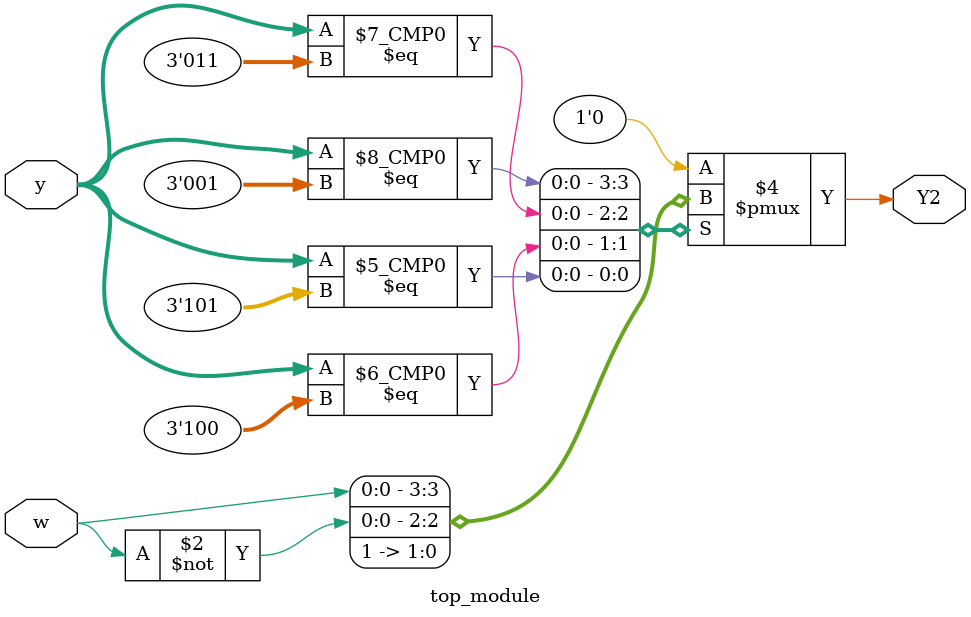
<source format=sv>
module top_module(
    input [3:1] y,
    input w,
    output reg Y2);

    always @(*) begin
        case (y)
            3'b000: Y2 = 1'b0; // A
            3'b001: Y2 = w;    // B
            3'b010: Y2 = 1'b0; // C
            3'b011: Y2 = ~w;   // D
            3'b100: Y2 = 1'b1; // E
            3'b101: Y2 = 1'b1; // F
            default: Y2 = 1'b0;
        endcase
    end
endmodule

</source>
